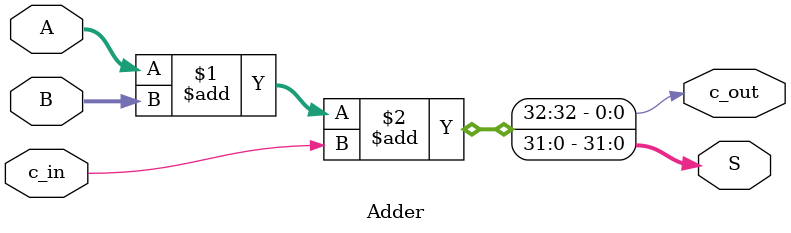
<source format=sv>

module Adder#(
    parameter int unsigned WIDTH      = 32
) (
    input  logic            c_in,
    input  logic[WIDTH-1:0] A,
    input  logic[WIDTH-1:0] B,
    output logic[WIDTH-1:0] S,
    output logic            c_out
);

    assign {c_out, S} = A + B + c_in;

endmodule: Adder
</source>
